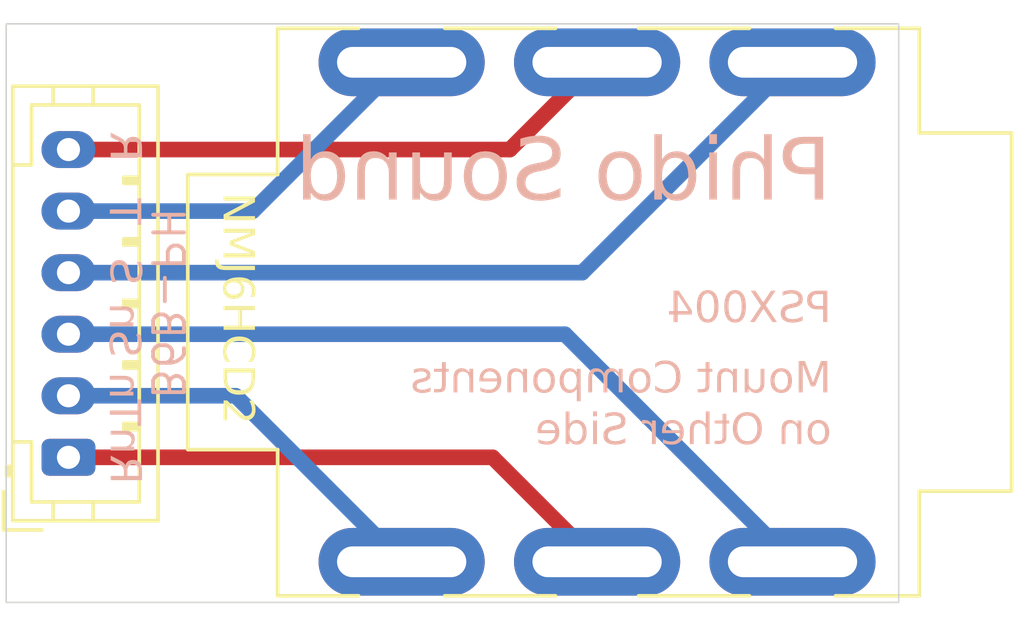
<source format=kicad_pcb>
(kicad_pcb (version 20241229) (generator "pcbnew") (generator_version "9.0")
  (layers (0 "F.Cu" signal) (2 "B.Cu" signal) (13 "F.Paste" user) (15 "B.Paste" user) (5 "F.SilkS" user "F.Silkscreen") (7 "B.SilkS" user "B.Silkscreen") (1 "F.Mask" user) (3 "B.Mask" user) (25 "Edge.Cuts" user))
  (net 0 "")
  (net 1 "Net-(J1-Pin_4)")
  (net 2 "Net-(J1-Pin_6)")
  (net 3 "Net-(J1-Pin_2)")
  (net 4 "Net-(J1-Pin_1)")
  (net 5 "Net-(J1-Pin_5)")
  (net 6 "Net-(J1-Pin_3)")
  (footprint "Connector_Audio:Jack_6.35mm_Neutrik_NMJ6HF-S_Horizontal" (layer "F.Cu") (at 133.35 65.05)
    (property "Reference" "J2" (hide yes))
    (property "Value" "NMJ6HCD2" (at -5.371825 7.998253 270) (layer "F.SilkS") (effects (font (thickness 0.125))))
    (fp_line (start -6.95 3.645) (end -4.03 3.645) (stroke (width 0.12)) (layer "F.SilkS"))
    (fp_line (start -6.95 12.545) (end -6.95 3.645) (stroke (width 0.12)) (layer "F.SilkS"))
    (fp_line (start -6.95 12.585) (end -4.03 12.585) (stroke (width 0.12)) (layer "F.SilkS"))
    (fp_line (start -4.03 -1.105) (end -1.4 -1.105) (stroke (width 0.12)) (layer "F.SilkS"))
    (fp_line (start -4.03 3.645) (end -4.03 -1.105) (stroke (width 0.12)) (layer "F.SilkS"))
    (fp_line (start -4.03 17.335) (end -4.03 12.585) (stroke (width 0.12)) (layer "F.SilkS"))
    (fp_line (start -1.4 17.335) (end -4.03 17.335) (stroke (width 0.12)) (layer "F.SilkS"))
    (fp_line (start 1.4 -1.105) (end 5 -1.105) (stroke (width 0.12)) (layer "F.SilkS"))
    (fp_line (start 5 17.335) (end 1.4 17.335) (stroke (width 0.12)) (layer "F.SilkS"))
    (fp_line (start 7.7 -1.105) (end 11.3 -1.105) (stroke (width 0.12)) (layer "F.SilkS"))
    (fp_line (start 11.3 17.335) (end 7.7 17.335) (stroke (width 0.12)) (layer "F.SilkS"))
    (fp_line (start 16.82 -1.105) (end 14.1 -1.105) (stroke (width 0.12)) (layer "F.SilkS"))
    (fp_line (start 16.82 2.295) (end 16.82 -1.105) (stroke (width 0.12)) (layer "F.SilkS"))
    (fp_line (start 16.82 2.295) (end 19.82 2.295) (stroke (width 0.12)) (layer "F.SilkS"))
    (fp_line (start 16.82 13.935) (end 19.82 13.935) (stroke (width 0.12)) (layer "F.SilkS"))
    (fp_line (start 16.82 17.335) (end 14.1 17.335) (stroke (width 0.12)) (layer "F.SilkS"))
    (fp_line (start 16.82 17.335) (end 16.82 13.935) (stroke (width 0.12)) (layer "F.SilkS"))
    (fp_line (start 19.82 13.935) (end 19.82 2.295) (stroke (width 0.12)) (layer "F.SilkS"))
    (pad "R" thru_hole oval (at 6.35 0) (size 5.4 2.2) (drill oval 4.2 1) (layers "*.Cu" "*.Mask") (net 2 "Net-(J1-Pin_6)"))
    (pad "RN" thru_hole oval (at 6.35 16.23) (size 5.4 2.2) (drill oval 4.2 1) (layers "*.Cu" "*.Mask") (net 4 "Net-(J1-Pin_1)"))
    (pad "S" thru_hole oval (at 12.7 0) (size 5.4 2.2) (drill oval 4.2 1) (layers "*.Cu" "*.Mask") (net 1 "Net-(J1-Pin_4)"))
    (pad "SN" thru_hole oval (at 12.7 16.23) (size 5.4 2.2) (drill oval 4.2 1) (layers "*.Cu" "*.Mask") (net 6 "Net-(J1-Pin_3)"))
    (pad "T" thru_hole oval (at 0 0) (size 5.4 2.2) (drill oval 4.2 1) (layers "*.Cu" "*.Mask") (net 5 "Net-(J1-Pin_5)"))
    (pad "TN" thru_hole oval (at 0 16.23) (size 5.4 2.2) (drill oval 4.2 1) (layers "*.Cu" "*.Mask") (net 3 "Net-(J1-Pin_2)"))
  )
  (footprint "Connector_JST:JST_PH_B6B-PH-K_1x06_P2.00mm_Vertical" (layer "F.Cu") (at 122.523506 77.885 90)
    (property "Reference" "B6B-PH" (at 5 3.206494 270) (layer "B.SilkS") (effects (font (thickness 0.125)) (justify mirror)))
    (property "Value" "Conn_01x06_Socket" (hide yes))
    (fp_line (start -1.11 -2.11) (end -2.36 -2.11) (stroke (width 0.12)) (layer "F.SilkS"))
    (fp_line (start -2.36 -2.11) (end -2.36 -0.86) (stroke (width 0.12)) (layer "F.SilkS"))
    (fp_line (start -0.3 -2.01) (end -0.6 -2.01) (stroke (width 0.12)) (layer "F.SilkS"))
    (fp_line (start -0.6 -2.01) (end -0.6 -1.81) (stroke (width 0.12)) (layer "F.SilkS"))
    (fp_line (start -0.3 -1.91) (end -0.6 -1.91) (stroke (width 0.12)) (layer "F.SilkS"))
    (fp_line (start 12.06 -1.81) (end -2.06 -1.81) (stroke (width 0.12)) (layer "F.SilkS"))
    (fp_line (start 0.5 -1.81) (end 0.5 -1.2) (stroke (width 0.12)) (layer "F.SilkS"))
    (fp_line (start -0.3 -1.81) (end -0.3 -2.01) (stroke (width 0.12)) (layer "F.SilkS"))
    (fp_line (start -2.06 -1.81) (end -2.06 2.91) (stroke (width 0.12)) (layer "F.SilkS"))
    (fp_line (start 11.45 -1.2) (end 9.5 -1.2) (stroke (width 0.12)) (layer "F.SilkS"))
    (fp_line (start 9.5 -1.2) (end 9.5 -1.81) (stroke (width 0.12)) (layer "F.SilkS"))
    (fp_line (start 0.5 -1.2) (end -1.45 -1.2) (stroke (width 0.12)) (layer "F.SilkS"))
    (fp_line (start -1.45 -1.2) (end -1.45 2.3) (stroke (width 0.12)) (layer "F.SilkS"))
    (fp_line (start 12.06 -0.5) (end 11.45 -0.5) (stroke (width 0.12)) (layer "F.SilkS"))
    (fp_line (start -2.06 -0.5) (end -1.45 -0.5) (stroke (width 0.12)) (layer "F.SilkS"))
    (fp_line (start 12.06 0.8) (end 11.45 0.8) (stroke (width 0.12)) (layer "F.SilkS"))
    (fp_line (start -2.06 0.8) (end -1.45 0.8) (stroke (width 0.12)) (layer "F.SilkS"))
    (fp_line (start 9.1 1.8) (end 9.1 2.3) (stroke (width 0.12)) (layer "F.SilkS"))
    (fp_line (start 8.9 1.8) (end 9.1 1.8) (stroke (width 0.12)) (layer "F.SilkS"))
    (fp_line (start 7.1 1.8) (end 7.1 2.3) (stroke (width 0.12)) (layer "F.SilkS"))
    (fp_line (start 6.9 1.8) (end 7.1 1.8) (stroke (width 0.12)) (layer "F.SilkS"))
    (fp_line (start 5.1 1.8) (end 5.1 2.3) (stroke (width 0.12)) (layer "F.SilkS"))
    (fp_line (start 4.9 1.8) (end 5.1 1.8) (stroke (width 0.12)) (layer "F.SilkS"))
    (fp_line (start 3.1 1.8) (end 3.1 2.3) (stroke (width 0.12)) (layer "F.SilkS"))
    (fp_line (start 2.9 1.8) (end 3.1 1.8) (stroke (width 0.12)) (layer "F.SilkS"))
    (fp_line (start 1.1 1.8) (end 1.1 2.3) (stroke (width 0.12)) (layer "F.SilkS"))
    (fp_line (start 0.9 1.8) (end 1.1 1.8) (stroke (width 0.12)) (layer "F.SilkS"))
    (fp_line (start 11.45 2.3) (end 11.45 -1.2) (stroke (width 0.12)) (layer "F.SilkS"))
    (fp_line (start 9 2.3) (end 9 1.8) (stroke (width 0.12)) (layer "F.SilkS"))
    (fp_line (start 8.9 2.3) (end 8.9 1.8) (stroke (width 0.12)) (layer "F.SilkS"))
    (fp_line (start 7 2.3) (end 7 1.8) (stroke (width 0.12)) (layer "F.SilkS"))
    (fp_line (start 6.9 2.3) (end 6.9 1.8) (stroke (width 0.12)) (layer "F.SilkS"))
    (fp_line (start 5 2.3) (end 5 1.8) (stroke (width 0.12)) (layer "F.SilkS"))
    (fp_line (start 4.9 2.3) (end 4.9 1.8) (stroke (width 0.12)) (layer "F.SilkS"))
    (fp_line (start 3 2.3) (end 3 1.8) (stroke (width 0.12)) (layer "F.SilkS"))
    (fp_line (start 2.9 2.3) (end 2.9 1.8) (stroke (width 0.12)) (layer "F.SilkS"))
    (fp_line (start 1 2.3) (end 1 1.8) (stroke (width 0.12)) (layer "F.SilkS"))
    (fp_line (start 0.9 2.3) (end 0.9 1.8) (stroke (width 0.12)) (layer "F.SilkS"))
    (fp_line (start -1.45 2.3) (end 11.45 2.3) (stroke (width 0.12)) (layer "F.SilkS"))
    (fp_line (start 12.06 2.91) (end 12.06 -1.81) (stroke (width 0.12)) (layer "F.SilkS"))
    (fp_line (start -2.06 2.91) (end 12.06 2.91) (stroke (width 0.12)) (layer "F.SilkS"))
    (pad "1" thru_hole roundrect (at 0 0 90) (size 1.2 1.75) (drill 0.75) (layers "*.Cu" "*.Mask") (roundrect_rratio 0.208333) (net 4 "Net-(J1-Pin_1)"))
    (pad "2" thru_hole oval (at 2 0 90) (size 1.2 1.75) (drill 0.75) (layers "*.Cu" "*.Mask") (net 3 "Net-(J1-Pin_2)"))
    (pad "3" thru_hole oval (at 4 0 90) (size 1.2 1.75) (drill 0.75) (layers "*.Cu" "*.Mask") (net 6 "Net-(J1-Pin_3)"))
    (pad "4" thru_hole oval (at 6 0 90) (size 1.2 1.75) (drill 0.75) (layers "*.Cu" "*.Mask") (net 1 "Net-(J1-Pin_4)"))
    (pad "5" thru_hole oval (at 8 0 90) (size 1.2 1.75) (drill 0.75) (layers "*.Cu" "*.Mask") (net 5 "Net-(J1-Pin_5)"))
    (pad "6" thru_hole oval (at 10 0 90) (size 1.2 1.75) (drill 0.75) (layers "*.Cu" "*.Mask") (net 2 "Net-(J1-Pin_6)"))
  )
  (gr_rect (start 120.5 63.8) (end 149.5 82.6) (stroke (width 0.05)) (fill no) (layer "Edge.Cuts"))
  (gr_text "Tn" (at 123.697775 76.859679 270) (layer "B.SilkS") (effects (font (size 1 1) (thickness 0.1)) (justify left bottom mirror)))
  (gr_text "Mount Components\non Other Side" (at 147.32 76.2 0) (layer "B.SilkS") (effects (font (size 1 1)) (justify left mirror)))
  (gr_text "S" (at 123.724221 72.28451 270) (layer "B.SilkS") (effects (font (size 1 1) (thickness 0.1)) (justify left bottom mirror)))
  (gr_text "T" (at 123.697775 70.327501 270) (layer "B.SilkS") (effects (font (size 1 1) (thickness 0.1)) (justify left bottom mirror)))
  (gr_text "R" (at 123.724221 68.264708 270) (layer "B.SilkS") (effects (font (size 1 1) (thickness 0.1)) (justify left bottom mirror)))
  (gr_text "Phido Sound" (at 147.32 69.85 0) (layer "B.SilkS") (effects (font (size 2 2) (thickness 0.3175)) (justify left bottom mirror)))
  (gr_text "PSX004" (at 147.32 73.66 0) (layer "B.SilkS") (effects (font (size 1 1) (thickness 0.1)) (justify left bottom mirror)))
  (gr_text "Sn" (at 123.697775 74.638209 270) (layer "B.SilkS") (effects (font (size 1 1) (thickness 0.1)) (justify left bottom mirror)))
  (gr_text "Rn" (at 123.724221 78.763795 270) (layer "B.SilkS") (effects (font (size 1 1) (thickness 0.1)) (justify left bottom mirror)))
  (segment (start 139.215 71.885) (end 122.523506 71.885) (width 0.508) (layer "B.Cu") (net 1))
  (segment (start 146.05 65.05) (end 139.215 71.885) (width 0.508) (layer "B.Cu") (net 1))
  (segment (start 136.865 67.885) (end 139.7 65.05) (width 0.508) (layer "F.Cu") (net 2))
  (segment (start 122.523506 67.885) (end 136.865 67.885) (width 0.508) (layer "F.Cu") (net 2))
  (segment (start 122.523506 75.885) (end 127.955 75.885) (width 0.508) (layer "B.Cu") (net 3))
  (segment (start 127.955 75.885) (end 133.35 81.28) (width 0.508) (layer "B.Cu") (net 3))
  (segment (start 122.523506 77.885) (end 136.305 77.885) (width 0.508) (layer "F.Cu") (net 4))
  (segment (start 136.305 77.885) (end 139.7 81.28) (width 0.508) (layer "F.Cu") (net 4))
  (segment (start 122.523506 69.885) (end 128.515 69.885) (width 0.508) (layer "B.Cu") (net 5))
  (segment (start 128.515 69.885) (end 133.35 65.05) (width 0.508) (layer "B.Cu") (net 5))
  (segment (start 138.655 73.885) (end 122.523506 73.885) (width 0.508) (layer "B.Cu") (net 6))
  (segment (start 146.05 81.28) (end 138.655 73.885) (width 0.508) (layer "B.Cu") (net 6))
)
</source>
